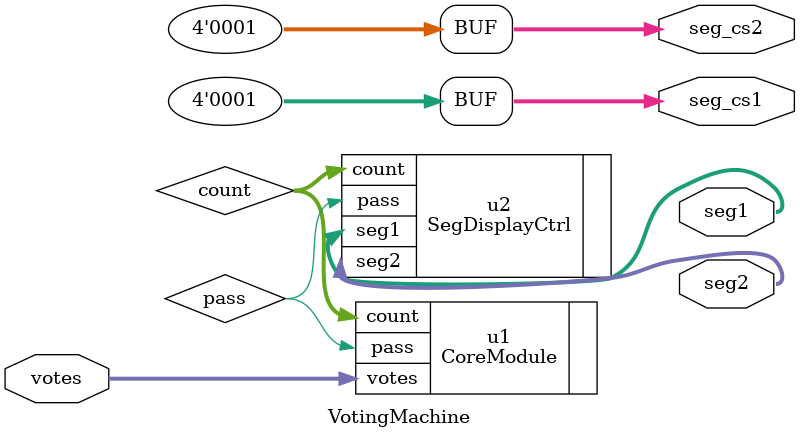
<source format=v>
`timescale 1ns / 1ps


module VotingMachine(
    input wire [4:0] votes,
    output wire [6:0] seg1,
    output wire [6:0] seg2,
    output reg [3:0] seg_cs1,
    output reg [3:0] seg_cs2
);
    wire [2:0] count;
    wire pass;
CoreModule u1 (
    .votes(votes),
    .count(count),
    .pass(pass)
);
SegDisplayCtrl u2 (
    .count(count),
    .pass(pass),
    .seg1(seg1),
    .seg2(seg2)
);
always @(*) begin
    seg_cs1 = 4'b0001;
    seg_cs2 = 4'b0001;
end
endmodule

</source>
